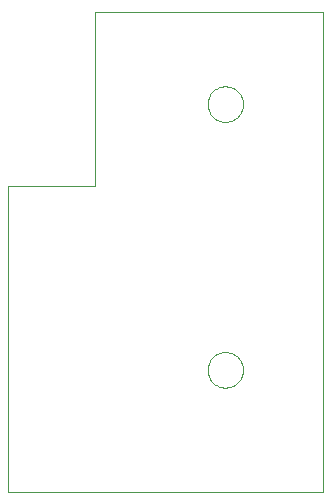
<source format=gko>
G75*
%MOIN*%
%OFA0B0*%
%FSLAX24Y24*%
%IPPOS*%
%LPD*%
%AMOC8*
5,1,8,0,0,1.08239X$1,22.5*
%
%ADD10C,0.0000*%
D10*
X000400Y000214D02*
X000400Y010414D01*
X003300Y010414D01*
X003300Y016214D01*
X010900Y016214D01*
X010900Y000214D01*
X000400Y000214D01*
X007059Y004285D02*
X007061Y004333D01*
X007067Y004381D01*
X007077Y004428D01*
X007090Y004474D01*
X007108Y004519D01*
X007128Y004563D01*
X007153Y004605D01*
X007181Y004644D01*
X007211Y004681D01*
X007245Y004715D01*
X007282Y004747D01*
X007320Y004776D01*
X007361Y004801D01*
X007404Y004823D01*
X007449Y004841D01*
X007495Y004855D01*
X007542Y004866D01*
X007590Y004873D01*
X007638Y004876D01*
X007686Y004875D01*
X007734Y004870D01*
X007782Y004861D01*
X007828Y004849D01*
X007873Y004832D01*
X007917Y004812D01*
X007959Y004789D01*
X007999Y004762D01*
X008037Y004732D01*
X008072Y004699D01*
X008104Y004663D01*
X008134Y004625D01*
X008160Y004584D01*
X008182Y004541D01*
X008202Y004497D01*
X008217Y004452D01*
X008229Y004405D01*
X008237Y004357D01*
X008241Y004309D01*
X008241Y004261D01*
X008237Y004213D01*
X008229Y004165D01*
X008217Y004118D01*
X008202Y004073D01*
X008182Y004029D01*
X008160Y003986D01*
X008134Y003945D01*
X008104Y003907D01*
X008072Y003871D01*
X008037Y003838D01*
X007999Y003808D01*
X007959Y003781D01*
X007917Y003758D01*
X007873Y003738D01*
X007828Y003721D01*
X007782Y003709D01*
X007734Y003700D01*
X007686Y003695D01*
X007638Y003694D01*
X007590Y003697D01*
X007542Y003704D01*
X007495Y003715D01*
X007449Y003729D01*
X007404Y003747D01*
X007361Y003769D01*
X007320Y003794D01*
X007282Y003823D01*
X007245Y003855D01*
X007211Y003889D01*
X007181Y003926D01*
X007153Y003965D01*
X007128Y004007D01*
X007108Y004051D01*
X007090Y004096D01*
X007077Y004142D01*
X007067Y004189D01*
X007061Y004237D01*
X007059Y004285D01*
X007059Y013144D02*
X007061Y013192D01*
X007067Y013240D01*
X007077Y013287D01*
X007090Y013333D01*
X007108Y013378D01*
X007128Y013422D01*
X007153Y013464D01*
X007181Y013503D01*
X007211Y013540D01*
X007245Y013574D01*
X007282Y013606D01*
X007320Y013635D01*
X007361Y013660D01*
X007404Y013682D01*
X007449Y013700D01*
X007495Y013714D01*
X007542Y013725D01*
X007590Y013732D01*
X007638Y013735D01*
X007686Y013734D01*
X007734Y013729D01*
X007782Y013720D01*
X007828Y013708D01*
X007873Y013691D01*
X007917Y013671D01*
X007959Y013648D01*
X007999Y013621D01*
X008037Y013591D01*
X008072Y013558D01*
X008104Y013522D01*
X008134Y013484D01*
X008160Y013443D01*
X008182Y013400D01*
X008202Y013356D01*
X008217Y013311D01*
X008229Y013264D01*
X008237Y013216D01*
X008241Y013168D01*
X008241Y013120D01*
X008237Y013072D01*
X008229Y013024D01*
X008217Y012977D01*
X008202Y012932D01*
X008182Y012888D01*
X008160Y012845D01*
X008134Y012804D01*
X008104Y012766D01*
X008072Y012730D01*
X008037Y012697D01*
X007999Y012667D01*
X007959Y012640D01*
X007917Y012617D01*
X007873Y012597D01*
X007828Y012580D01*
X007782Y012568D01*
X007734Y012559D01*
X007686Y012554D01*
X007638Y012553D01*
X007590Y012556D01*
X007542Y012563D01*
X007495Y012574D01*
X007449Y012588D01*
X007404Y012606D01*
X007361Y012628D01*
X007320Y012653D01*
X007282Y012682D01*
X007245Y012714D01*
X007211Y012748D01*
X007181Y012785D01*
X007153Y012824D01*
X007128Y012866D01*
X007108Y012910D01*
X007090Y012955D01*
X007077Y013001D01*
X007067Y013048D01*
X007061Y013096D01*
X007059Y013144D01*
M02*

</source>
